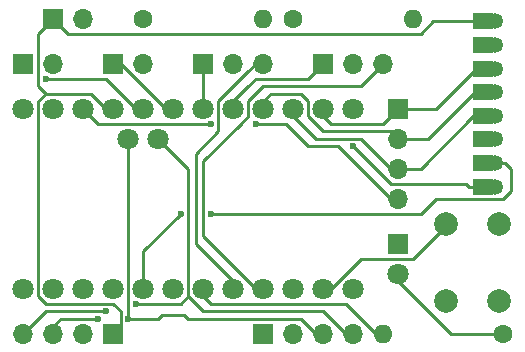
<source format=gbr>
G04 #@! TF.FileFunction,Copper,L1,Top,Signal*
%FSLAX46Y46*%
G04 Gerber Fmt 4.6, Leading zero omitted, Abs format (unit mm)*
G04 Created by KiCad (PCBNEW 4.0.7) date 04/23/18 22:06:35*
%MOMM*%
%LPD*%
G01*
G04 APERTURE LIST*
%ADD10C,0.100000*%
%ADD11R,1.800000X1.800000*%
%ADD12C,1.800000*%
%ADD13R,1.700000X1.700000*%
%ADD14O,1.700000X1.700000*%
%ADD15C,2.000000*%
%ADD16C,1.350000*%
%ADD17R,1.800000X1.350000*%
%ADD18C,1.600000*%
%ADD19O,1.600000X1.600000*%
%ADD20C,0.600000*%
%ADD21C,0.250000*%
G04 APERTURE END LIST*
D10*
D11*
X134620000Y-68580000D03*
D12*
X134620000Y-71120000D03*
D13*
X102870000Y-53340000D03*
D14*
X105410000Y-53340000D03*
D12*
X130810000Y-57150000D03*
X128270000Y-57150000D03*
X125730000Y-57150000D03*
X123190000Y-57150000D03*
X120650000Y-57150000D03*
X118110000Y-57150000D03*
X115570000Y-57150000D03*
X113030000Y-57150000D03*
X110490000Y-57150000D03*
X107950000Y-57150000D03*
X105410000Y-57150000D03*
X102870000Y-57150000D03*
X102870000Y-72390000D03*
X105410000Y-72390000D03*
X107950000Y-72390000D03*
X110490000Y-72390000D03*
X113030000Y-72390000D03*
X115570000Y-72390000D03*
X118110000Y-72390000D03*
X120650000Y-72390000D03*
X123190000Y-72390000D03*
X125730000Y-72390000D03*
X128270000Y-72390000D03*
X130810000Y-72390000D03*
X114300000Y-59690000D03*
X111760000Y-59690000D03*
D15*
X143184000Y-73406000D03*
X138684000Y-73406000D03*
X143184000Y-66906000D03*
X138684000Y-66906000D03*
D16*
X142835000Y-63760000D03*
D17*
X141835000Y-63760000D03*
D16*
X142835000Y-49760000D03*
X142835000Y-51760000D03*
X142835000Y-53760000D03*
X142835000Y-55760000D03*
X142835000Y-57760000D03*
X142835000Y-59760000D03*
X142835000Y-61760000D03*
D17*
X141835000Y-49760000D03*
X141835000Y-51760000D03*
X141835000Y-53760000D03*
X141835000Y-55760000D03*
X141835000Y-57760000D03*
X141835000Y-59760000D03*
X141835000Y-61760000D03*
D13*
X105410000Y-49530000D03*
D14*
X107950000Y-49530000D03*
D13*
X110490000Y-76200000D03*
D14*
X107950000Y-76200000D03*
X105410000Y-76200000D03*
X102870000Y-76200000D03*
D13*
X123190000Y-76200000D03*
D14*
X125730000Y-76200000D03*
X128270000Y-76200000D03*
X130810000Y-76200000D03*
D13*
X128270000Y-53340000D03*
D14*
X130810000Y-53340000D03*
X133350000Y-53340000D03*
D13*
X118110000Y-53340000D03*
D14*
X120650000Y-53340000D03*
X123190000Y-53340000D03*
D13*
X110490000Y-53340000D03*
D14*
X113030000Y-53340000D03*
D13*
X134620000Y-57150000D03*
D14*
X134620000Y-59690000D03*
X134620000Y-62230000D03*
X134620000Y-64770000D03*
D18*
X143510000Y-76200000D03*
D19*
X133350000Y-76200000D03*
D18*
X125730000Y-49530000D03*
D19*
X135890000Y-49530000D03*
D18*
X113030000Y-49530000D03*
D19*
X123190000Y-49530000D03*
D20*
X130810000Y-60325000D03*
X118745000Y-66040000D03*
X116205000Y-66040000D03*
X111760000Y-74930000D03*
X109220000Y-74930000D03*
X112395000Y-73660000D03*
X109855000Y-74295000D03*
X104775000Y-54610000D03*
X118745000Y-58420000D03*
X122555000Y-58420000D03*
D21*
X109854301Y-73659301D02*
X110489301Y-73659301D01*
X111125000Y-74295000D02*
X111125000Y-75565000D01*
X110489301Y-73659301D02*
X111125000Y-74295000D01*
X111125000Y-75565000D02*
X110490000Y-76200000D01*
X108585000Y-73659301D02*
X109854301Y-73659301D01*
X108585000Y-73659301D02*
X108585000Y-73659301D01*
X104775000Y-55880000D02*
X108585000Y-55880000D01*
X104140000Y-56515000D02*
X104775000Y-55880000D01*
X104775000Y-55880000D02*
X104140000Y-55245000D01*
X108585000Y-55880000D02*
X109855000Y-57150000D01*
X104140000Y-53975000D02*
X104140000Y-55245000D01*
X105410000Y-49530000D02*
X104140000Y-50800000D01*
X104140000Y-50800000D02*
X104140000Y-51435000D01*
X105410000Y-49530000D02*
X106680000Y-50800000D01*
X109855000Y-57150000D02*
X110490000Y-57150000D01*
X104140000Y-66675000D02*
X104140000Y-73025000D01*
X104774301Y-73659301D02*
X108585000Y-73659301D01*
X104140000Y-73025000D02*
X104774301Y-73659301D01*
X104140000Y-60960000D02*
X104140000Y-66675000D01*
X104140000Y-51435000D02*
X104140000Y-53975000D01*
X104140000Y-56515000D02*
X104140000Y-60960000D01*
X141835000Y-49760000D02*
X137565000Y-49760000D01*
X137565000Y-49760000D02*
X136525000Y-50800000D01*
X136525000Y-50800000D02*
X106680000Y-50800000D01*
X141835000Y-49760000D02*
X142835000Y-49760000D01*
X141835000Y-51760000D02*
X142835000Y-51760000D01*
X134620000Y-71120000D02*
X134620000Y-71755000D01*
X134620000Y-71755000D02*
X139065000Y-76200000D01*
X139065000Y-76200000D02*
X143510000Y-76200000D01*
X142875000Y-76200000D02*
X143510000Y-76200000D01*
X142875000Y-76200000D02*
X143510000Y-76200000D01*
X141835000Y-59760000D02*
X142835000Y-59760000D01*
X128905000Y-73660000D02*
X130175000Y-73660000D01*
X130175000Y-73660000D02*
X131445000Y-74930000D01*
X131445000Y-74930000D02*
X132715000Y-76200000D01*
X132715000Y-76200000D02*
X133350000Y-76200000D01*
X118745000Y-73660000D02*
X118110000Y-73025000D01*
X128905000Y-73660000D02*
X118745000Y-73660000D01*
X118110000Y-73025000D02*
X118110000Y-72390000D01*
X118110000Y-73025000D02*
X118110000Y-72390000D01*
X138684000Y-66906000D02*
X138684000Y-67056000D01*
X138684000Y-67056000D02*
X135890000Y-69850000D01*
X135890000Y-69850000D02*
X131445000Y-69850000D01*
X131445000Y-69850000D02*
X128905000Y-72390000D01*
X128905000Y-72390000D02*
X128270000Y-72390000D01*
X117475000Y-68580000D02*
X120650000Y-71755000D01*
X120650000Y-71755000D02*
X120650000Y-72390000D01*
X117475000Y-67310000D02*
X117475000Y-68580000D01*
X117475000Y-67310000D02*
X117475000Y-60960000D01*
X119380000Y-56515000D02*
X121920000Y-53975000D01*
X121920000Y-53975000D02*
X122555000Y-53340000D01*
X122555000Y-53340000D02*
X123190000Y-53340000D01*
X122555000Y-53340000D02*
X123190000Y-53340000D01*
X119380000Y-58420000D02*
X119380000Y-59055000D01*
X119380000Y-59055000D02*
X117475000Y-60960000D01*
X119380000Y-59055000D02*
X117475000Y-60960000D01*
X119380000Y-56515000D02*
X119380000Y-58420000D01*
X133350000Y-53340000D02*
X131445000Y-55245000D01*
X121920000Y-56515000D02*
X123190000Y-55245000D01*
X123190000Y-55245000D02*
X128905000Y-55245000D01*
X131445000Y-55245000D02*
X128905000Y-55245000D01*
X121920000Y-56515000D02*
X121920000Y-57785000D01*
X118110000Y-67310000D02*
X118110000Y-67945000D01*
X118110000Y-67945000D02*
X122555000Y-72390000D01*
X122555000Y-72390000D02*
X123190000Y-72390000D01*
X121285000Y-58420000D02*
X118110000Y-61595000D01*
X118110000Y-61595000D02*
X118110000Y-67310000D01*
X121285000Y-58420000D02*
X121920000Y-57785000D01*
X135255000Y-63500000D02*
X140335000Y-63500000D01*
X140595000Y-63760000D02*
X141835000Y-63760000D01*
X140335000Y-63500000D02*
X140595000Y-63760000D01*
X135255000Y-63500000D02*
X134620000Y-63500000D01*
X133985000Y-63500000D02*
X134620000Y-63500000D01*
X133350000Y-62865000D02*
X133985000Y-63500000D01*
X130810000Y-60325000D02*
X133350000Y-62865000D01*
X141835000Y-63760000D02*
X142835000Y-63760000D01*
X120015000Y-66040000D02*
X118745000Y-66040000D01*
X113030000Y-69215000D02*
X113030000Y-72390000D01*
X116205000Y-66040000D02*
X113030000Y-69215000D01*
X137795000Y-64770000D02*
X136525000Y-66040000D01*
X136525000Y-66040000D02*
X120015000Y-66040000D01*
X113030000Y-71755000D02*
X113030000Y-72390000D01*
X140335000Y-64770000D02*
X137795000Y-64770000D01*
X143510000Y-64770000D02*
X140335000Y-64770000D01*
X144145000Y-62230000D02*
X144145000Y-64135000D01*
X141835000Y-61760000D02*
X143675000Y-61760000D01*
X143675000Y-61760000D02*
X144145000Y-62230000D01*
X143510000Y-64770000D02*
X144145000Y-64135000D01*
X141835000Y-61760000D02*
X142835000Y-61760000D01*
X114617500Y-74612500D02*
X116522500Y-74612500D01*
X116522500Y-74612500D02*
X116840000Y-74930000D01*
X126365000Y-74930000D02*
X127635000Y-76200000D01*
X127635000Y-76200000D02*
X128270000Y-76200000D01*
X111760000Y-68580000D02*
X111760000Y-74930000D01*
X111760000Y-74930000D02*
X114300000Y-74930000D01*
X126365000Y-74930000D02*
X117475000Y-74930000D01*
X114300000Y-74930000D02*
X114617500Y-74612500D01*
X116840000Y-74930000D02*
X117475000Y-74930000D01*
X111760000Y-59690000D02*
X111760000Y-68580000D01*
X105410000Y-75565000D02*
X106045000Y-74930000D01*
X106045000Y-74930000D02*
X109220000Y-74930000D01*
X111760000Y-74930000D02*
X111760000Y-74930000D01*
X105410000Y-76200000D02*
X105410000Y-75565000D01*
X127635000Y-74295000D02*
X128270000Y-74295000D01*
X128270000Y-74295000D02*
X130175000Y-76200000D01*
X130175000Y-76200000D02*
X130810000Y-76200000D01*
X112395000Y-73660000D02*
X113665000Y-73660000D01*
X116205000Y-73660000D02*
X116840000Y-73025000D01*
X113665000Y-73660000D02*
X116205000Y-73660000D01*
X130810000Y-76200000D02*
X130175000Y-76200000D01*
X102870000Y-76200000D02*
X104775000Y-74295000D01*
X114300000Y-59690000D02*
X116840000Y-62230000D01*
X114300000Y-59690000D02*
X114300000Y-59955004D01*
X118110000Y-74295000D02*
X117475000Y-73660000D01*
X117475000Y-73660000D02*
X116840000Y-73025000D01*
X118110000Y-74295000D02*
X118745000Y-74295000D01*
X109855000Y-74295000D02*
X104775000Y-74295000D01*
X116840000Y-71755000D02*
X116840000Y-62495004D01*
X116840000Y-62495004D02*
X116840000Y-62230000D01*
X116840000Y-71755000D02*
X116840000Y-73025000D01*
X118110000Y-74295000D02*
X118745000Y-74295000D01*
X118745000Y-74295000D02*
X127635000Y-74295000D01*
X125095000Y-54610000D02*
X125730000Y-54610000D01*
X125730000Y-54610000D02*
X127000000Y-54610000D01*
X127000000Y-54610000D02*
X128270000Y-53340000D01*
X122555000Y-54610000D02*
X121920000Y-55245000D01*
X121920000Y-55245000D02*
X120650000Y-56515000D01*
X120650000Y-56515000D02*
X120650000Y-57150000D01*
X122555000Y-54610000D02*
X125095000Y-54610000D01*
X127000000Y-54610000D02*
X128270000Y-53340000D01*
X120650000Y-57150000D02*
X120650000Y-56515000D01*
X118110000Y-57150000D02*
X118110000Y-53340000D01*
X111125000Y-53340000D02*
X114935000Y-57150000D01*
X114935000Y-57150000D02*
X115570000Y-57150000D01*
X114935000Y-57150000D02*
X115570000Y-57150000D01*
X111125000Y-55880000D02*
X112395000Y-57150000D01*
X112395000Y-57150000D02*
X113030000Y-57150000D01*
X106045000Y-54610000D02*
X104775000Y-54610000D01*
X105410000Y-54610000D02*
X106045000Y-54610000D01*
X106045000Y-54610000D02*
X108585000Y-54610000D01*
X109855000Y-54610000D02*
X111125000Y-55880000D01*
X109855000Y-54610000D02*
X108585000Y-54610000D01*
X141835000Y-53760000D02*
X141185000Y-53760000D01*
X141185000Y-53760000D02*
X137795000Y-57150000D01*
X137795000Y-57150000D02*
X134620000Y-57150000D01*
X130175000Y-58420000D02*
X128905000Y-58420000D01*
X133350000Y-58420000D02*
X134620000Y-57150000D01*
X130175000Y-58420000D02*
X133350000Y-58420000D01*
X128905000Y-58420000D02*
X128270000Y-57785000D01*
X128270000Y-57785000D02*
X128270000Y-57150000D01*
X134620000Y-57150000D02*
X135255000Y-57150000D01*
X141835000Y-53760000D02*
X142835000Y-53760000D01*
X132715000Y-59055000D02*
X133985000Y-59055000D01*
X133985000Y-59055000D02*
X134620000Y-59690000D01*
X141835000Y-55760000D02*
X141090000Y-55760000D01*
X141090000Y-55760000D02*
X137160000Y-59690000D01*
X137160000Y-59690000D02*
X134620000Y-59690000D01*
X135255000Y-59690000D02*
X134620000Y-59690000D01*
X123825000Y-55880000D02*
X123190000Y-56515000D01*
X123190000Y-56515000D02*
X123190000Y-57150000D01*
X123190000Y-57150000D02*
X123190000Y-56515000D01*
X123825000Y-55880000D02*
X124460000Y-55880000D01*
X128270000Y-59055000D02*
X132715000Y-59055000D01*
X128270000Y-59055000D02*
X127000000Y-57785000D01*
X125095000Y-55880000D02*
X124460000Y-55880000D01*
X127000000Y-57785000D02*
X127000000Y-56515000D01*
X127000000Y-56515000D02*
X126365000Y-55880000D01*
X126365000Y-55880000D02*
X125095000Y-55880000D01*
X141835000Y-55760000D02*
X142835000Y-55760000D01*
X134620000Y-62230000D02*
X136525000Y-62230000D01*
X136525000Y-62230000D02*
X140995000Y-57760000D01*
X141835000Y-57760000D02*
X140995000Y-57760000D01*
X130810000Y-59690000D02*
X131445000Y-59690000D01*
X131445000Y-59690000D02*
X133985000Y-62230000D01*
X133985000Y-62230000D02*
X134620000Y-62230000D01*
X127635000Y-59690000D02*
X130810000Y-59690000D01*
X125730000Y-57150000D02*
X125730000Y-57785000D01*
X125730000Y-57785000D02*
X127635000Y-59690000D01*
X141835000Y-57760000D02*
X142835000Y-57760000D01*
X128905000Y-60325000D02*
X129540000Y-60325000D01*
X129540000Y-60325000D02*
X133985000Y-64770000D01*
X133985000Y-64770000D02*
X134620000Y-64770000D01*
X127000000Y-60325000D02*
X128905000Y-60325000D01*
X112395000Y-58420000D02*
X109220000Y-58420000D01*
X109220000Y-58420000D02*
X107950000Y-57150000D01*
X124460000Y-58420000D02*
X125095000Y-58420000D01*
X125095000Y-58420000D02*
X127000000Y-60325000D01*
X124460000Y-58420000D02*
X122555000Y-58420000D01*
X116840000Y-58420000D02*
X117475000Y-58420000D01*
X117475000Y-58420000D02*
X118745000Y-58420000D01*
X116205000Y-58420000D02*
X116840000Y-58420000D01*
X133985000Y-64770000D02*
X134620000Y-64770000D01*
X116205000Y-58420000D02*
X112395000Y-58420000D01*
X122555000Y-58420000D02*
X122555000Y-58420000D01*
X134620000Y-64770000D02*
X133985000Y-64770000D01*
M02*

</source>
